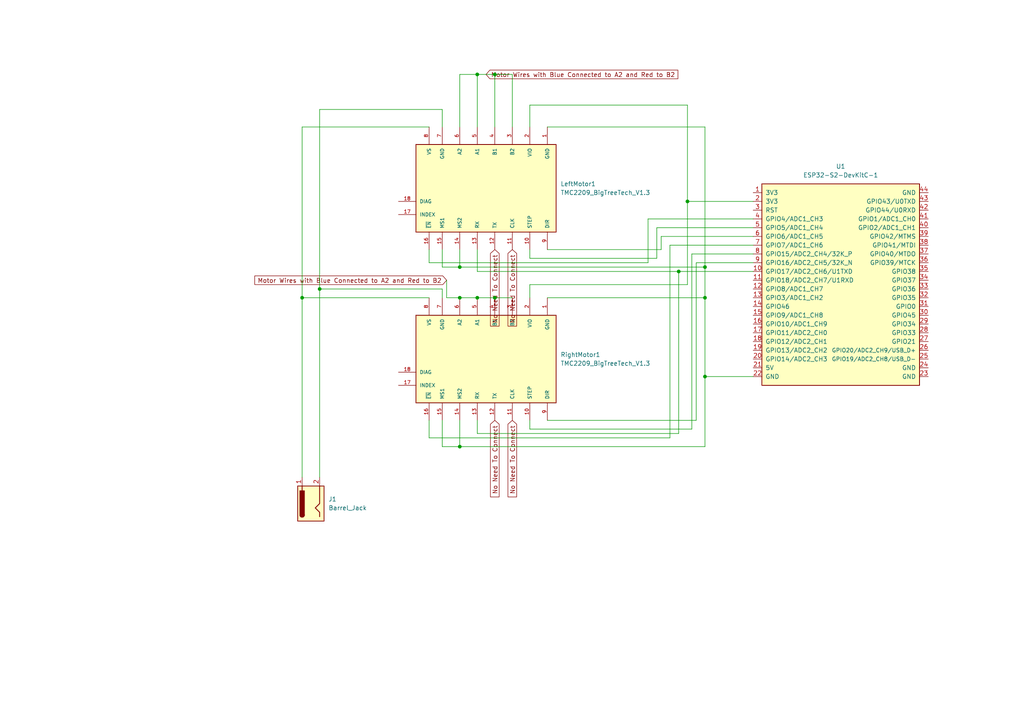
<source format=kicad_sch>
(kicad_sch (version 20231120) (generator "eeschema") (generator_version "8.0")
  (paper "A4")
  (lib_symbols
    (symbol "Connector:Barrel_Jack" (pin_names (offset 1.016))
      (property "Reference" "J" (at 0 5.334 0))
      (property "Value" "Barrel_Jack" (at 0 -5.08 0))
      (symbol "Barrel_Jack_0_1"
        (rectangle (start -5.08 3.81) (end 5.08 -3.81) (stroke (width 0.254)) (fill (type background)))
        (arc (start -3.302 3.175) (mid -3.9343 2.54) (end -3.302 1.905) (stroke (width 0.254)))
        (arc (start -3.302 3.175) (mid -3.9343 2.54) (end -3.302 1.905) (stroke (width 0.254)) (fill (type outline)))
        (polyline (pts (xy 5.08 2.54) (xy 3.81 2.54)) (stroke (width 0.254)))
        (polyline (pts (xy -3.81 -2.54) (xy -2.54 -2.54) (xy -1.27 -1.27) (xy 0 -2.54) (xy 2.54 -2.54) (xy 5.08 -2.54)) (stroke (width 0.254)))
        (rectangle (start 3.683 3.175) (end -3.302 1.905) (stroke (width 0.254)) (fill (type outline)))
      )
      (symbol "Barrel_Jack_1_1"
        (pin passive line (at 7.62 2.54 180) (length 2.54) (name "~") (number "1"))
        (pin passive line (at 7.62 -2.54 180) (length 2.54) (name "~") (number "2"))
      )
    )
    (symbol "PCM_Espressif:ESP32-S2-DevKitC-1" (pin_names (offset 1.016))
      (property "Reference" "U" (at -22.86 33.02 0))
      (property "Value" "ESP32-S2-DevKitC-1" (at -22.86 30.48 0))
      (symbol "ESP32-S2-DevKitC-1_0_0"
        (pin input line (at -25.4 -7.62 0) (length 2.54) (name "GPIO46") (number "14"))
        (pin bidirectional line (at -25.4 -20.32 0) (length 2.54) (name "GPIO13/ADC2_CH2") (number "19"))
        (pin power_in line (at -25.4 22.86 0) (length 2.54) (name "3V3") (number "2"))
        (pin bidirectional line (at 25.4 12.7 180) (length 2.54) (name "GPIO42/MTMS") (number "39"))
        (pin bidirectional line (at 25.4 15.24 180) (length 2.54) (name "GPIO2/ADC1_CH1") (number "40"))
        (pin bidirectional line (at 25.4 17.78 180) (length 2.54) (name "GPIO1/ADC1_CH0") (number "41"))
        (pin bidirectional line (at 25.4 20.32 180) (length 2.54) (name "GPIO44/U0RXD") (number "42"))
        (pin bidirectional line (at 25.4 22.86 180) (length 2.54) (name "GPIO43/U0TXD") (number "43"))
        (pin power_in line (at 25.4 25.4 180) (length 2.54) (name "GND") (number "44"))
      )
      (symbol "ESP32-S2-DevKitC-1_0_1"
        (rectangle (start -22.86 27.94) (end 22.86 -30.48) (stroke (width 0.254)) (fill (type background)))
      )
      (symbol "ESP32-S2-DevKitC-1_1_1"
        (pin power_in line (at -25.4 25.4 0) (length 2.54) (name "3V3") (number "1"))
        (pin bidirectional line (at -25.4 2.54 0) (length 2.54) (name "GPIO17/ADC2_CH6/U1TXD") (number "10"))
        (pin bidirectional line (at -25.4 0 0) (length 2.54) (name "GPIO18/ADC2_CH7/U1RXD") (number "11"))
        (pin bidirectional line (at -25.4 -2.54 0) (length 2.54) (name "GPIO8/ADC1_CH7") (number "12"))
        (pin bidirectional line (at -25.4 -5.08 0) (length 2.54) (name "GPIO3/ADC1_CH2") (number "13"))
        (pin bidirectional line (at -25.4 -10.16 0) (length 2.54) (name "GPIO9/ADC1_CH8") (number "15"))
        (pin bidirectional line (at -25.4 -12.7 0) (length 2.54) (name "GPIO10/ADC1_CH9") (number "16"))
        (pin bidirectional line (at -25.4 -15.24 0) (length 2.54) (name "GPIO11/ADC2_CH0") (number "17"))
        (pin bidirectional line (at -25.4 -17.78 0) (length 2.54) (name "GPIO12/ADC2_CH1") (number "18"))
        (pin bidirectional line (at -25.4 -22.86 0) (length 2.54) (name "GPIO14/ADC2_CH3") (number "20"))
        (pin power_in line (at -25.4 -25.4 0) (length 2.54) (name "5V") (number "21"))
        (pin power_in line (at -25.4 -27.94 0) (length 2.54) (name "GND") (number "22"))
        (pin power_in line (at 25.4 -27.94 180) (length 2.54) (name "GND") (number "23"))
        (pin power_in line (at 25.4 -25.4 180) (length 2.54) (name "GND") (number "24"))
        (pin bidirectional line (at 25.4 -22.86 180) (length 2.54) (name "GPIO19/ADC2_CH8/USB_D-") (number "25"))
        (pin bidirectional line (at 25.4 -20.32 180) (length 2.54) (name "GPIO20/ADC2_CH9/USB_D+") (number "26"))
        (pin bidirectional line (at 25.4 -17.78 180) (length 2.54) (name "GPIO21") (number "27"))
        (pin bidirectional line (at 25.4 -15.24 180) (length 2.54) (name "GPIO33") (number "28"))
        (pin bidirectional line (at 25.4 -12.7 180) (length 2.54) (name "GPIO34") (number "29"))
        (pin input line (at -25.4 20.32 0) (length 2.54) (name "RST") (number "3"))
        (pin bidirectional line (at 25.4 -10.16 180) (length 2.54) (name "GPIO45") (number "30"))
        (pin bidirectional line (at 25.4 -7.62 180) (length 2.54) (name "GPIO0") (number "31"))
        (pin bidirectional line (at 25.4 -5.08 180) (length 2.54) (name "GPIO35") (number "32"))
        (pin bidirectional line (at 25.4 -2.54 180) (length 2.54) (name "GPIO36") (number "33"))
        (pin bidirectional line (at 25.4 0 180) (length 2.54) (name "GPIO37") (number "34"))
        (pin bidirectional line (at 25.4 2.54 180) (length 2.54) (name "GPIO38") (number "35"))
        (pin bidirectional line (at 25.4 5.08 180) (length 2.54) (name "GPIO39/MTCK") (number "36"))
        (pin bidirectional line (at 25.4 7.62 180) (length 2.54) (name "GPIO40/MTDO") (number "37"))
        (pin bidirectional line (at 25.4 10.16 180) (length 2.54) (name "GPIO41/MTDI") (number "38"))
        (pin bidirectional line (at -25.4 17.78 0) (length 2.54) (name "GPIO4/ADC1_CH3") (number "4"))
        (pin bidirectional line (at -25.4 15.24 0) (length 2.54) (name "GPIO5/ADC1_CH4") (number "5"))
        (pin bidirectional line (at -25.4 12.7 0) (length 2.54) (name "GPIO6/ADC1_CH5") (number "6"))
        (pin bidirectional line (at -25.4 10.16 0) (length 2.54) (name "GPIO7/ADC1_CH6") (number "7"))
        (pin bidirectional line (at -25.4 7.62 0) (length 2.54) (name "GPIO15/ADC2_CH4/32K_P") (number "8"))
        (pin bidirectional line (at -25.4 5.08 0) (length 2.54) (name "GPIO16/ADC2_CH5/32K_N") (number "9"))
      )
    )
    (symbol "TMC2209_SILENTSTEPSTICK:TMC2209_SILENTSTEPSTICK" (pin_names (offset 1.016))
      (property "Reference" "U" (at -12.7 22.86 0))
      (property "Value" "TMC2209_BigTreeTech_V1.3" (at -12.7 -22.86 0))
      (symbol "TMC2209_SILENTSTEPSTICK_0_0"
        (rectangle (start -12.7 20.32) (end 12.7 -20.32) (stroke (width 0.254)) (fill (type background)))
        (pin power_in line (at 17.78 -17.78 180) (length 5.08) (name "GND") (number "1"))
        (pin input line (at -17.78 -12.7 0) (length 5.08) (name "STEP") (number "10"))
        (pin bidirectional line (at -17.78 -7.62 0) (length 5.08) (name "CLK") (number "11"))
        (pin output line (at -17.78 -2.54 0) (length 5.08) (name "TX") (number "12"))
        (pin input line (at -17.78 2.54 0) (length 5.08) (name "RX") (number "13"))
        (pin input line (at -17.78 7.62 0) (length 5.08) (name "MS2") (number "14"))
        (pin input line (at -17.78 12.7 0) (length 5.08) (name "MS1") (number "15"))
        (pin input line (at -17.78 16.51 0) (length 5.08) (name "~{EN}") (number "16"))
        (pin output line (at -7.62 25.4 270) (length 5.08) (name "INDEX") (number "17"))
        (pin output line (at -3.81 25.4 270) (length 5.08) (name "DIAG") (number "18"))
        (pin power_in line (at 17.78 -12.7 180) (length 5.08) (name "VIO") (number "2"))
        (pin output line (at 17.78 -7.62 180) (length 5.08) (name "B2") (number "3"))
        (pin output line (at 17.78 -2.54 180) (length 5.08) (name "B1") (number "4"))
        (pin output line (at 17.78 2.54 180) (length 5.08) (name "A1") (number "5"))
        (pin output line (at 17.78 7.62 180) (length 5.08) (name "A2") (number "6"))
        (pin power_in line (at 17.78 12.7 180) (length 5.08) (name "GND") (number "7"))
        (pin power_in line (at 17.78 16.51 180) (length 5.08) (name "VS") (number "8"))
        (pin input line (at -17.78 -17.78 0) (length 5.08) (name "DIR") (number "9"))
      )
    )
  )
  (junction (at 204.47 77.47))
  (junction (at 143.51 21.59))
  (junction (at 133.35 86.36))
  (junction (at 138.43 86.36))
  (junction (at 87.63 86.36))
  (junction (at 133.35 77.47))
  (junction (at 138.43 21.59))
  (junction (at 92.71 83.82))
  (junction (at 199.39 58.42))
  (junction (at 143.51 86.36))
  (junction (at 133.35 129.54))
  (junction (at 204.47 109.22))
  (junction (at 196.85 78.74))
  (junction (at 204.47 86.36))
  (wire (pts (xy 124.46 76.2) (xy 187.96 76.2)))
  (wire (pts (xy 204.47 86.36) (xy 204.47 109.22)))
  (wire (pts (xy 153.67 30.48) (xy 199.39 30.48)))
  (wire (pts (xy 133.35 121.92) (xy 133.35 129.54)))
  (wire (pts (xy 92.71 83.82) (xy 128.27 83.82)))
  (wire (pts (xy 153.67 74.93) (xy 190.5 74.93)))
  (wire (pts (xy 218.44 68.58) (xy 191.77 68.58)))
  (wire (pts (xy 153.67 121.92) (xy 153.67 124.46)))
  (wire (pts (xy 190.5 74.93) (xy 190.5 66.04)))
  (wire (pts (xy 87.63 36.83) (xy 87.63 86.36)))
  (wire (pts (xy 199.39 82.55) (xy 199.39 58.42)))
  (wire (pts (xy 158.75 36.83) (xy 204.47 36.83)))
  (wire (pts (xy 129.54 86.36) (xy 133.35 86.36)))
  (wire (pts (xy 199.39 30.48) (xy 199.39 58.42)))
  (wire (pts (xy 133.35 72.39) (xy 133.35 77.47)))
  (wire (pts (xy 191.77 68.58) (xy 191.77 72.39)))
  (wire (pts (xy 128.27 83.82) (xy 128.27 86.36)))
  (wire (pts (xy 128.27 72.39) (xy 128.27 77.47)))
  (wire (pts (xy 153.67 86.36) (xy 153.67 82.55)))
  (wire (pts (xy 138.43 121.92) (xy 138.43 125.73)))
  (wire (pts (xy 138.43 125.73) (xy 196.85 125.73)))
  (wire (pts (xy 133.35 129.54) (xy 204.47 129.54)))
  (wire (pts (xy 124.46 72.39) (xy 124.46 76.2)))
  (wire (pts (xy 129.54 81.28) (xy 129.54 86.36)))
  (wire (pts (xy 124.46 121.92) (xy 124.46 127)))
  (wire (pts (xy 194.31 127) (xy 194.31 71.12)))
  (wire (pts (xy 153.67 72.39) (xy 153.67 74.93)))
  (wire (pts (xy 204.47 109.22) (xy 204.47 129.54)))
  (wire (pts (xy 153.67 124.46) (xy 200.66 124.46)))
  (wire (pts (xy 128.27 31.75) (xy 92.71 31.75)))
  (wire (pts (xy 92.71 31.75) (xy 92.71 83.82)))
  (wire (pts (xy 201.93 76.2) (xy 201.93 121.92)))
  (wire (pts (xy 143.51 36.83) (xy 143.51 21.59)))
  (wire (pts (xy 148.59 36.83) (xy 148.59 21.59)))
  (wire (pts (xy 138.43 78.74) (xy 196.85 78.74)))
  (wire (pts (xy 128.27 77.47) (xy 133.35 77.47)))
  (wire (pts (xy 143.51 86.36) (xy 148.59 86.36)))
  (wire (pts (xy 200.66 73.66) (xy 218.44 73.66)))
  (wire (pts (xy 196.85 125.73) (xy 196.85 78.74)))
  (wire (pts (xy 204.47 77.47) (xy 204.47 86.36)))
  (wire (pts (xy 138.43 86.36) (xy 143.51 86.36)))
  (wire (pts (xy 133.35 77.47) (xy 204.47 77.47)))
  (wire (pts (xy 158.75 86.36) (xy 204.47 86.36)))
  (wire (pts (xy 191.77 72.39) (xy 158.75 72.39)))
  (wire (pts (xy 153.67 36.83) (xy 153.67 30.48)))
  (wire (pts (xy 128.27 121.92) (xy 128.27 129.54)))
  (wire (pts (xy 194.31 71.12) (xy 218.44 71.12)))
  (wire (pts (xy 199.39 58.42) (xy 218.44 58.42)))
  (wire (pts (xy 133.35 86.36) (xy 138.43 86.36)))
  (wire (pts (xy 196.85 78.74) (xy 218.44 78.74)))
  (wire (pts (xy 200.66 124.46) (xy 200.66 73.66)))
  (wire (pts (xy 218.44 76.2) (xy 201.93 76.2)))
  (wire (pts (xy 128.27 129.54) (xy 133.35 129.54)))
  (wire (pts (xy 190.5 66.04) (xy 218.44 66.04)))
  (wire (pts (xy 124.46 36.83) (xy 87.63 36.83)))
  (wire (pts (xy 124.46 127) (xy 194.31 127)))
  (wire (pts (xy 138.43 21.59) (xy 143.51 21.59)))
  (wire (pts (xy 201.93 121.92) (xy 158.75 121.92)))
  (wire (pts (xy 143.51 21.59) (xy 148.59 21.59)))
  (wire (pts (xy 138.43 72.39) (xy 138.43 78.74)))
  (wire (pts (xy 187.96 63.5) (xy 218.44 63.5)))
  (wire (pts (xy 128.27 36.83) (xy 128.27 31.75)))
  (wire (pts (xy 187.96 76.2) (xy 187.96 63.5)))
  (wire (pts (xy 133.35 21.59) (xy 138.43 21.59)))
  (wire (pts (xy 87.63 138.43) (xy 87.63 86.36)))
  (wire (pts (xy 204.47 36.83) (xy 204.47 77.47)))
  (wire (pts (xy 138.43 36.83) (xy 138.43 21.59)))
  (wire (pts (xy 153.67 82.55) (xy 199.39 82.55)))
  (wire (pts (xy 204.47 109.22) (xy 218.44 109.22)))
  (wire (pts (xy 133.35 36.83) (xy 133.35 21.59)))
  (wire (pts (xy 92.71 138.43) (xy 92.71 83.82)))
  (wire (pts (xy 87.63 86.36) (xy 124.46 86.36)))
  (global_label "No Need To Connect" (shape input) (at 148.59 121.92 270) (property "Intersheetrefs" "${INTERSHEET_REFS}" (effects (hide yes))))
  (global_label "No Need To Connect" (shape input) (at 143.51 72.39 270) (property "Intersheetrefs" "${INTERSHEET_REFS}" (effects (hide yes))))
  (global_label "No Need To Connect" (shape input) (at 148.59 72.39 270) (property "Intersheetrefs" "${INTERSHEET_REFS}" (effects (hide yes))))
  (global_label "No Need To Connect" (shape input) (at 143.51 121.92 270) (property "Intersheetrefs" "${INTERSHEET_REFS}" (effects (hide yes))))
  (global_label "Motor Wires with Blue Connected to A2 and Red to B2" (shape input) (at 140.97 21.59 0) (property "Intersheetrefs" "${INTERSHEET_REFS}" (effects (hide yes))))
  (global_label "Motor Wires with Blue Connected to A2 and Red to B2" (shape input) (at 129.54 81.28 180) (property "Intersheetrefs" "${INTERSHEET_REFS}" (effects (hide yes))))
  (symbol (lib_id "TMC2209_SILENTSTEPSTICK:TMC2209_SILENTSTEPSTICK") (at 140.97 54.61 90) (unit 1)
    (property "Reference" "LeftMotor1" (at 162.56 53.3399 90) (effects (justify right)))
    (property "Value" "TMC2209_BigTreeTech_V1.3" (at 162.56 55.8799 90) (effects (justify right)))
    (property "Footprint" "TMC2209_SILENTSTEPSTICK:MODULE_TMC2209_SILENTSTEPSTICK" (effects (hide yes)))
    (property "MF" "Trinamic Motion Control GmbH" (effects (hide yes)))
    (property "Description_1" "\n                        \n                            TMC2209 Motor Controller/Driver Power Management Evaluation Board\n                        \n" (effects (hide yes)))
    (property "Package" "None" (effects (hide yes)))
    (property "Price" "None" (effects (hide yes)))
    (property "Check_prices" "https://www.snapeda.com/parts/TMC2209%20SILENTSTEPSTICK/Trinamic/view-part/?ref=eda" (effects (hide yes)))
    (property "STANDARD" "Manufacturer Recommendations" (effects (hide yes)))
    (property "PARTREV" "1.20" (effects (hide yes)))
    (property "SnapEDA_Link" "https://www.snapeda.com/parts/TMC2209%20SILENTSTEPSTICK/Trinamic/view-part/?ref=snap" (effects (hide yes)))
    (property "MP" "TMC2209 SILENTSTEPSTICK" (effects (hide yes)))
    (property "MANUFACTURER" "Trinamic Motion Control GmbH" (effects (hide yes)))
    (property "Availability" "Not in stock" (effects (hide yes)))
    (property "SNAPEDA_PN" "TMC2209 SILENTSTEPSTICK" (effects (hide yes)))
  )
  (symbol (lib_id "PCM_Espressif:ESP32-S2-DevKitC-1") (at 243.84 81.28 0) (unit 1)
    (property "Reference" "U1" (at 243.84 48.26 0))
    (property "Value" "ESP32-S2-DevKitC-1" (at 243.84 50.8 0))
    (property "Footprint" "PCM_Espressif:ESP32-S2-DevKitC-1" (effects (hide yes)))
    (property "Datasheet" "https://docs.espressif.com/projects/esp-idf/en/latest/esp32s2/hw-reference/esp32s2/user-guide-s2-devkitc-1.html" (effects (hide yes)))
    (property "Description" "ESP32-S2-DevKitC-1" (effects (hide yes)))
  )
  (symbol (lib_id "TMC2209_SILENTSTEPSTICK:TMC2209_SILENTSTEPSTICK") (at 140.97 104.14 90) (unit 1)
    (property "Reference" "RightMotor1" (at 162.56 102.8699 90) (effects (justify right)))
    (property "Value" "TMC2209_BigTreeTech_V1.3" (at 162.56 105.4099 90) (effects (justify right)))
    (property "Footprint" "TMC2209_SILENTSTEPSTICK:MODULE_TMC2209_SILENTSTEPSTICK" (effects (hide yes)))
    (property "MF" "Trinamic Motion Control GmbH" (effects (hide yes)))
    (property "Description_1" "\n                        \n                            TMC2209 Motor Controller/Driver Power Management Evaluation Board\n                        \n" (effects (hide yes)))
    (property "Package" "None" (effects (hide yes)))
    (property "Price" "None" (effects (hide yes)))
    (property "Check_prices" "https://www.snapeda.com/parts/TMC2209%20SILENTSTEPSTICK/Trinamic/view-part/?ref=eda" (effects (hide yes)))
    (property "STANDARD" "Manufacturer Recommendations" (effects (hide yes)))
    (property "PARTREV" "1.20" (effects (hide yes)))
    (property "SnapEDA_Link" "https://www.snapeda.com/parts/TMC2209%20SILENTSTEPSTICK/Trinamic/view-part/?ref=snap" (effects (hide yes)))
    (property "MP" "TMC2209 SILENTSTEPSTICK" (effects (hide yes)))
    (property "MANUFACTURER" "Trinamic Motion Control GmbH" (effects (hide yes)))
    (property "Availability" "Not in stock" (effects (hide yes)))
    (property "SNAPEDA_PN" "TMC2209 SILENTSTEPSTICK" (effects (hide yes)))
  )
  (symbol (lib_id "Connector:Barrel_Jack") (at 90.17 146.05 90) (unit 1)
    (property "Reference" "J1" (at 95.25 144.7799 90) (effects (justify right)))
    (property "Value" "Barrel_Jack" (at 95.25 147.3199 90) (effects (justify right)))
    (property "Description" "DC Barrel Jack" (effects (hide yes)))
  )
)
</source>
